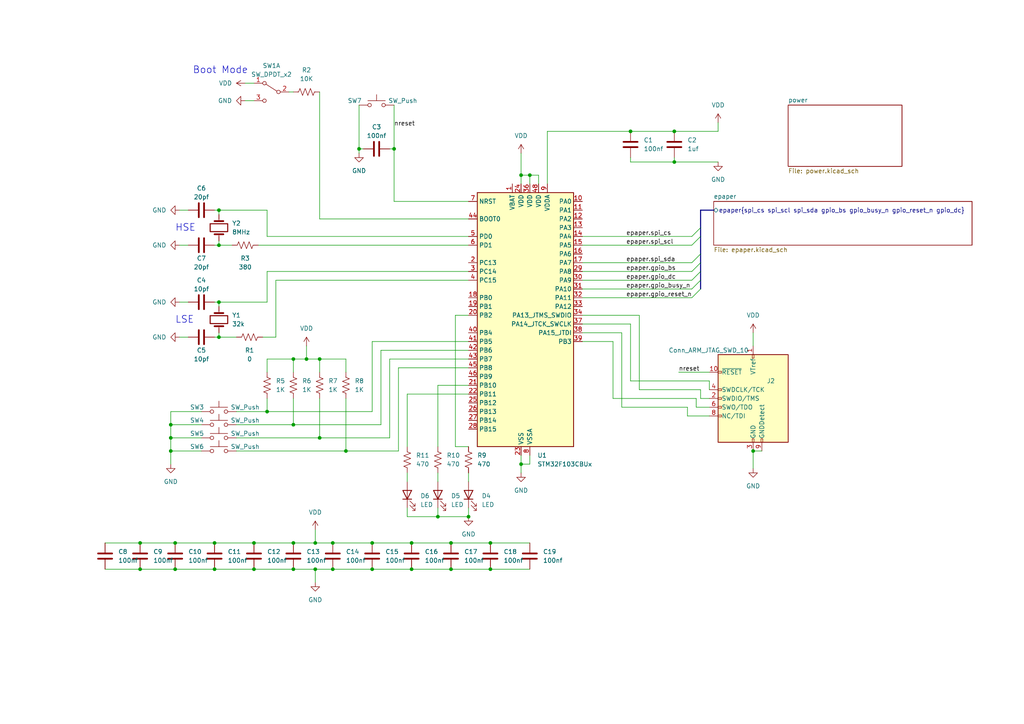
<source format=kicad_sch>
(kicad_sch (version 20230121) (generator eeschema)
  (paper "A4")
  (lib_symbols
    (symbol "Connector:Conn_ARM_JTAG_SWD_10" (pin_names (offset 1.016))
      (property "Reference" "J2" (at -2.54 5.08 0))
      (property "Value" "Conn_ARM_JTAG_SWD_10" (at -10.16 13.97 0))
      (symbol "Conn_ARM_JTAG_SWD_10_0_1"
        (rectangle (start -19.05 -12.7) (end 1.27 12.7) (stroke (width 0.254)) (fill (type background)))
        (rectangle (start -19.05 2.794) (end -18.034 2.286))
        (rectangle (start -18.034 -2.286) (end -19.05 -2.794))
        (rectangle (start -18.034 0.254) (end -19.05 -0.254))
        (rectangle (start -18.034 7.366) (end -19.05 7.874))
        (rectangle (start -9.144 -11.684) (end -8.636 -12.7))
        (rectangle (start -9.144 11.684) (end -8.636 12.7))
        (rectangle (start -6.604 -11.684) (end -6.096 -12.7))
      )
      (symbol "Conn_ARM_JTAG_SWD_10_1_1"
        (rectangle (start -19.05 -4.826) (end -18.034 -5.334))
        (pin power_in line (at -8.89 15.24 270) (length 2.54) (name "VTref") (number "1"))
        (pin open_collector line (at -21.59 7.62 0) (length 2.54) (name "~{RESET}") (number "10"))
        (pin bidirectional line (at -21.59 0 0) (length 2.54) (name "SWDIO/TMS") (number "2"))
        (pin power_in line (at -8.89 -15.24 90) (length 2.54) (name "GND") (number "3"))
        (pin output line (at -21.59 2.54 0) (length 2.54) (name "SWDCLK/TCK") (number "4"))
        (pin passive line (at -8.89 -15.24 90) (length 2.54) hide (name "GND") (number "5"))
        (pin input line (at -21.59 -2.54 0) (length 2.54) (name "SWO/TDO") (number "6"))
        (pin no_connect line (at 1.27 0 180) (length 2.54) hide (name "KEY") (number "7"))
        (pin output line (at -21.59 -5.08 0) (length 2.54) (name "NC/TDI") (number "8"))
        (pin passive line (at -6.35 -15.24 90) (length 2.54) (name "GNDDetect") (number "9"))
      )
    )
    (symbol "Device:C" (pin_numbers hide) (pin_names (offset 0.254))
      (property "Reference" "C" (at 0.635 2.54 0))
      (property "Value" "C" (at 0.635 -2.54 0))
      (symbol "C_0_1"
        (polyline (pts (xy -2.032 -0.762) (xy 2.032 -0.762)) (stroke (width 0.508)))
        (polyline (pts (xy -2.032 0.762) (xy 2.032 0.762)) (stroke (width 0.508)))
      )
      (symbol "C_1_1"
        (pin passive line (at 0 3.81 270) (length 2.794) (name "~") (number "1"))
        (pin passive line (at 0 -3.81 90) (length 2.794) (name "~") (number "2"))
      )
    )
    (symbol "Device:Crystal" (pin_numbers hide) (pin_names (offset 1.016) hide)
      (property "Reference" "Y" (at 0 3.81 0))
      (property "Value" "Crystal" (at 0 -3.81 0))
      (symbol "Crystal_0_1"
        (rectangle (start -1.143 2.54) (end 1.143 -2.54) (stroke (width 0.3048)))
        (polyline (pts (xy -2.54 0) (xy -1.905 0)))
        (polyline (pts (xy -1.905 -1.27) (xy -1.905 1.27)) (stroke (width 0.508)))
        (polyline (pts (xy 1.905 -1.27) (xy 1.905 1.27)) (stroke (width 0.508)))
        (polyline (pts (xy 2.54 0) (xy 1.905 0)))
      )
      (symbol "Crystal_1_1"
        (pin passive line (at -3.81 0 0) (length 1.27) (name "1") (number "1"))
        (pin passive line (at 3.81 0 180) (length 1.27) (name "2") (number "2"))
      )
    )
    (symbol "Device:LED" (pin_numbers hide) (pin_names (offset 1.016) hide)
      (property "Reference" "D" (at 0 2.54 0))
      (property "Value" "LED" (at 0 -2.54 0))
      (symbol "LED_0_1"
        (polyline (pts (xy -1.27 -1.27) (xy -1.27 1.27)) (stroke (width 0.254)))
        (polyline (pts (xy -1.27 0) (xy 1.27 0)))
        (polyline (pts (xy 1.27 -1.27) (xy 1.27 1.27) (xy -1.27 0) (xy 1.27 -1.27)) (stroke (width 0.254)))
        (polyline (pts (xy -3.048 -0.762) (xy -4.572 -2.286) (xy -3.81 -2.286) (xy -4.572 -2.286) (xy -4.572 -1.524)))
        (polyline (pts (xy -1.778 -0.762) (xy -3.302 -2.286) (xy -2.54 -2.286) (xy -3.302 -2.286) (xy -3.302 -1.524)))
      )
      (symbol "LED_1_1"
        (pin passive line (at -3.81 0 0) (length 2.54) (name "K") (number "1"))
        (pin passive line (at 3.81 0 180) (length 2.54) (name "A") (number "2"))
      )
    )
    (symbol "Device:R_US" (pin_numbers hide) (pin_names (offset 0))
      (property "Reference" "R" (at 2.54 0 90))
      (property "Value" "R_US" (at -2.54 0 90))
      (symbol "R_US_0_1"
        (polyline (pts (xy 0 -2.286) (xy 0 -2.54)))
        (polyline (pts (xy 0 2.286) (xy 0 2.54)))
        (polyline (pts (xy 0 -0.762) (xy 1.016 -1.143) (xy 0 -1.524) (xy -1.016 -1.905) (xy 0 -2.286)))
        (polyline (pts (xy 0 0.762) (xy 1.016 0.381) (xy 0 0) (xy -1.016 -0.381) (xy 0 -0.762)))
        (polyline (pts (xy 0 2.286) (xy 1.016 1.905) (xy 0 1.524) (xy -1.016 1.143) (xy 0 0.762)))
      )
      (symbol "R_US_1_1"
        (pin passive line (at 0 3.81 270) (length 1.27) (name "~") (number "1"))
        (pin passive line (at 0 -3.81 90) (length 1.27) (name "~") (number "2"))
      )
    )
    (symbol "MCU_ST_STM32F1:STM32F103CBUx"
      (property "Reference" "U1" (at 4.7341 -38.1 0))
      (property "Value" "STM32F103CBUx" (at 4.7341 -40.64 0))
      (symbol "STM32F103CBUx_0_1"
        (rectangle (start -12.7 -35.56) (end 15.24 38.1) (stroke (width 0.254)) (fill (type background)))
      )
      (symbol "STM32F103CBUx_1_1"
        (pin power_in line (at -2.54 40.64 270) (length 2.54) (name "VBAT") (number "1"))
        (pin bidirectional line (at 17.78 35.56 180) (length 2.54) (name "PA0") (number "10"))
        (pin bidirectional line (at 17.78 33.02 180) (length 2.54) (name "PA1") (number "11"))
        (pin bidirectional line (at 17.78 30.48 180) (length 2.54) (name "PA2") (number "12"))
        (pin bidirectional line (at 17.78 27.94 180) (length 2.54) (name "PA3") (number "13"))
        (pin bidirectional line (at 17.78 25.4 180) (length 2.54) (name "PA4") (number "14"))
        (pin bidirectional line (at 17.78 22.86 180) (length 2.54) (name "PA5") (number "15"))
        (pin bidirectional line (at 17.78 20.32 180) (length 2.54) (name "PA6") (number "16"))
        (pin bidirectional line (at 17.78 17.78 180) (length 2.54) (name "PA7") (number "17"))
        (pin bidirectional line (at -15.24 7.62 0) (length 2.54) (name "PB0") (number "18"))
        (pin bidirectional line (at -15.24 5.08 0) (length 2.54) (name "PB1") (number "19"))
        (pin bidirectional line (at -15.24 17.78 0) (length 2.54) (name "PC13") (number "2"))
        (pin bidirectional line (at -15.24 2.54 0) (length 2.54) (name "PB2") (number "20"))
        (pin bidirectional line (at -15.24 -17.78 0) (length 2.54) (name "PB10") (number "21"))
        (pin bidirectional line (at -15.24 -20.32 0) (length 2.54) (name "PB11") (number "22"))
        (pin power_in line (at 0 -38.1 90) (length 2.54) (name "VSS") (number "23"))
        (pin power_in line (at 0 40.64 270) (length 2.54) (name "VDD") (number "24"))
        (pin bidirectional line (at -15.24 -22.86 0) (length 2.54) (name "PB12") (number "25"))
        (pin bidirectional line (at -15.24 -25.4 0) (length 2.54) (name "PB13") (number "26"))
        (pin bidirectional line (at -15.24 -27.94 0) (length 2.54) (name "PB14") (number "27"))
        (pin bidirectional line (at -15.24 -30.48 0) (length 2.54) (name "PB15") (number "28"))
        (pin bidirectional line (at 17.78 15.24 180) (length 2.54) (name "PA8") (number "29"))
        (pin bidirectional line (at -15.24 15.24 0) (length 2.54) (name "PC14") (number "3"))
        (pin bidirectional line (at 17.78 12.7 180) (length 2.54) (name "PA9") (number "30"))
        (pin bidirectional line (at 17.78 10.16 180) (length 2.54) (name "PA10") (number "31"))
        (pin bidirectional line (at 17.78 7.62 180) (length 2.54) (name "PA11") (number "32"))
        (pin bidirectional line (at 17.78 5.08 180) (length 2.54) (name "PA12") (number "33"))
        (pin bidirectional line (at 17.78 2.54 180) (length 2.54) (name "PA13_JTMS_SWDIO") (number "34"))
        (pin passive line (at 0 -38.1 90) (length 2.54) hide (name "VSS") (number "35"))
        (pin power_in line (at 2.54 40.64 270) (length 2.54) (name "VDD") (number "36"))
        (pin bidirectional line (at 17.78 0 180) (length 2.54) (name "PA14_JTCK_SWCLK") (number "37"))
        (pin bidirectional line (at 17.78 -2.54 180) (length 2.54) (name "PA15_JTDI") (number "38"))
        (pin bidirectional line (at 17.78 -5.08 180) (length 2.54) (name "PB3") (number "39"))
        (pin bidirectional line (at -15.24 12.7 0) (length 2.54) (name "PC15") (number "4"))
        (pin bidirectional line (at -15.24 -2.54 0) (length 2.54) (name "PB4") (number "40"))
        (pin bidirectional line (at -15.24 -5.08 0) (length 2.54) (name "PB5") (number "41"))
        (pin bidirectional line (at -15.24 -7.62 0) (length 2.54) (name "PB6") (number "42"))
        (pin bidirectional line (at -15.24 -10.16 0) (length 2.54) (name "PB7") (number "43"))
        (pin input line (at -15.24 30.48 0) (length 2.54) (name "BOOT0") (number "44"))
        (pin bidirectional line (at -15.24 -12.7 0) (length 2.54) (name "PB8") (number "45"))
        (pin bidirectional line (at -15.24 -15.24 0) (length 2.54) (name "PB9") (number "46"))
        (pin passive line (at 0 -38.1 90) (length 2.54) hide (name "VSS") (number "47"))
        (pin power_in line (at 5.08 40.64 270) (length 2.54) (name "VDD") (number "48"))
        (pin passive line (at 0 -38.1 90) (length 2.54) hide (name "VSS") (number "49"))
        (pin bidirectional line (at -15.24 25.4 0) (length 2.54) (name "PD0") (number "5"))
        (pin bidirectional line (at -15.24 22.86 0) (length 2.54) (name "PD1") (number "6"))
        (pin input line (at -15.24 35.56 0) (length 2.54) (name "NRST") (number "7"))
        (pin power_in line (at 2.54 -38.1 90) (length 2.54) (name "VSSA") (number "8"))
        (pin power_in line (at 7.62 40.64 270) (length 2.54) (name "VDDA") (number "9"))
      )
    )
    (symbol "Switch:SW_DPDT_x2" (pin_names (offset 0) hide)
      (property "Reference" "SW" (at 0 4.318 0))
      (property "Value" "SW_DPDT_x2" (at 0 -5.08 0))
      (symbol "SW_DPDT_x2_0_0"
        (circle (center -2.032 0) (radius 0.508))
        (circle (center 2.032 -2.54) (radius 0.508))
      )
      (symbol "SW_DPDT_x2_0_1"
        (polyline (pts (xy -1.524 0.254) (xy 1.651 2.286)))
        (circle (center 2.032 2.54) (radius 0.508))
      )
      (symbol "SW_DPDT_x2_1_1"
        (pin passive line (at 5.08 2.54 180) (length 2.54) (name "A") (number "1"))
        (pin passive line (at -5.08 0 0) (length 2.54) (name "B") (number "2"))
        (pin passive line (at 5.08 -2.54 180) (length 2.54) (name "C") (number "3"))
      )
      (symbol "SW_DPDT_x2_2_1"
        (pin passive line (at 5.08 2.54 180) (length 2.54) (name "A") (number "4"))
        (pin passive line (at -5.08 0 0) (length 2.54) (name "B") (number "5"))
        (pin passive line (at 5.08 -2.54 180) (length 2.54) (name "C") (number "6"))
      )
    )
    (symbol "Switch:SW_Push" (pin_numbers hide) (pin_names (offset 1.016) hide)
      (property "Reference" "SW" (at 1.27 2.54 0))
      (property "Value" "SW_Push" (at 0 -1.524 0))
      (symbol "SW_Push_0_1"
        (circle (center -2.032 0) (radius 0.508))
        (polyline (pts (xy 0 1.27) (xy 0 3.048)))
        (polyline (pts (xy 2.54 1.27) (xy -2.54 1.27)))
        (circle (center 2.032 0) (radius 0.508))
        (pin passive line (at -5.08 0 0) (length 2.54) (name "1") (number "1"))
        (pin passive line (at 5.08 0 180) (length 2.54) (name "2") (number "2"))
      )
    )
    (symbol "power:GND" (power) (pin_names (offset 0))
      (property "Value" "GND" (at 0 -3.81 0))
      (symbol "GND_0_1"
        (polyline (pts (xy 0 0) (xy 0 -1.27) (xy 1.27 -1.27) (xy 0 -2.54) (xy -1.27 -1.27) (xy 0 -1.27)))
      )
      (symbol "GND_1_1"
        (pin power_in line (at 0 0 270) (length 0) hide (name "GND") (number "1"))
      )
    )
    (symbol "power:VDD" (power) (pin_names (offset 0))
      (property "Value" "VDD" (at 0 3.81 0))
      (symbol "VDD_0_1"
        (polyline (pts (xy -0.762 1.27) (xy 0 2.54)))
        (polyline (pts (xy 0 0) (xy 0 2.54)))
        (polyline (pts (xy 0 2.54) (xy 0.762 1.27)))
      )
      (symbol "VDD_1_1"
        (pin power_in line (at 0 0 90) (length 0) hide (name "VDD") (number "1"))
      )
    )
  )
  (junction (at 142.24 165.1))
  (junction (at 153.67 50.8))
  (junction (at 130.81 165.1))
  (junction (at 107.95 165.1))
  (junction (at 73.66 165.1))
  (junction (at 63.5 97.79))
  (junction (at 92.71 127))
  (junction (at 218.44 130.81))
  (junction (at 135.89 149.86))
  (junction (at 130.81 157.48))
  (junction (at 63.5 71.12))
  (junction (at 142.24 157.48))
  (junction (at 50.8 165.1))
  (junction (at 85.09 157.48))
  (junction (at 49.53 127))
  (junction (at 73.66 157.48))
  (junction (at 91.44 157.48))
  (junction (at 91.44 165.1))
  (junction (at 119.38 165.1))
  (junction (at 40.64 165.1))
  (junction (at 85.09 123.19))
  (junction (at 85.09 165.1))
  (junction (at 62.23 157.48))
  (junction (at 50.8 157.48))
  (junction (at 119.38 157.48))
  (junction (at 114.3 43.18))
  (junction (at 63.5 87.63))
  (junction (at 49.53 123.19))
  (junction (at 63.5 60.96))
  (junction (at 107.95 157.48))
  (junction (at 92.71 104.14))
  (junction (at 96.52 157.48))
  (junction (at 195.58 38.1))
  (junction (at 85.09 104.14))
  (junction (at 62.23 165.1))
  (junction (at 151.13 134.62))
  (junction (at 104.14 43.18))
  (junction (at 195.58 46.99))
  (junction (at 100.33 130.81))
  (junction (at 40.64 157.48))
  (junction (at 96.52 165.1))
  (junction (at 88.9 104.14))
  (junction (at 77.47 119.38))
  (junction (at 151.13 50.8))
  (junction (at 182.88 38.1))
  (junction (at 49.53 130.81))
  (junction (at 127 149.86))
  (bus_entry (at 203.2 83.82) (size -2.54 2.54))
  (bus_entry (at 203.2 68.58) (size -2.54 2.54))
  (bus_entry (at 203.2 78.74) (size -2.54 2.54))
  (bus_entry (at 203.2 66.04) (size -2.54 2.54))
  (bus_entry (at 203.2 73.66) (size -2.54 2.54))
  (bus_entry (at 203.2 76.2) (size -2.54 2.54))
  (bus_entry (at 203.2 81.28) (size -2.54 2.54))
  (wire (pts (xy 118.11 129.54) (xy 118.11 114.3)))
  (wire (pts (xy 62.23 97.79) (xy 63.5 97.79)))
  (wire (pts (xy 104.14 43.18) (xy 104.14 44.45)))
  (wire (pts (xy 85.09 115.57) (xy 85.09 123.19)))
  (wire (pts (xy 100.33 104.14) (xy 100.33 107.95)))
  (wire (pts (xy 201.93 118.11) (xy 205.74 118.11)))
  (wire (pts (xy 92.71 104.14) (xy 92.71 107.95)))
  (wire (pts (xy 110.49 101.6) (xy 135.89 101.6)))
  (wire (pts (xy 62.23 157.48) (xy 73.66 157.48)))
  (wire (pts (xy 100.33 130.81) (xy 115.57 130.81)))
  (wire (pts (xy 135.89 129.54) (xy 132.08 129.54)))
  (wire (pts (xy 77.47 78.74) (xy 135.89 78.74)))
  (wire (pts (xy 118.11 149.86) (xy 127 149.86)))
  (wire (pts (xy 199.39 118.11) (xy 180.34 118.11)))
  (wire (pts (xy 218.44 130.81) (xy 220.98 130.81)))
  (wire (pts (xy 30.48 165.1) (xy 40.64 165.1)))
  (wire (pts (xy 52.07 97.79) (xy 54.61 97.79)))
  (wire (pts (xy 96.52 157.48) (xy 107.95 157.48)))
  (wire (pts (xy 52.07 87.63) (xy 54.61 87.63)))
  (wire (pts (xy 180.34 96.52) (xy 168.91 96.52)))
  (wire (pts (xy 68.58 127) (xy 92.71 127)))
  (wire (pts (xy 156.21 50.8) (xy 153.67 50.8)))
  (wire (pts (xy 156.21 53.34) (xy 156.21 50.8)))
  (wire (pts (xy 63.5 71.12) (xy 67.31 71.12)))
  (wire (pts (xy 62.23 165.1) (xy 73.66 165.1)))
  (bus (pts (xy 203.2 60.96) (xy 207.01 60.96)))
  (wire (pts (xy 158.75 38.1) (xy 182.88 38.1)))
  (wire (pts (xy 132.08 91.44) (xy 132.08 129.54)))
  (wire (pts (xy 195.58 46.99) (xy 195.58 45.72)))
  (wire (pts (xy 199.39 120.65) (xy 205.74 120.65)))
  (wire (pts (xy 62.23 60.96) (xy 63.5 60.96)))
  (wire (pts (xy 168.91 78.74) (xy 200.66 78.74)))
  (wire (pts (xy 49.53 119.38) (xy 49.53 123.19)))
  (wire (pts (xy 88.9 100.33) (xy 88.9 104.14)))
  (wire (pts (xy 85.09 104.14) (xy 85.09 107.95)))
  (bus (pts (xy 203.2 73.66) (xy 203.2 76.2)))
  (wire (pts (xy 168.91 68.58) (xy 200.66 68.58)))
  (wire (pts (xy 205.74 110.49) (xy 205.74 113.03)))
  (wire (pts (xy 196.85 107.95) (xy 205.74 107.95)))
  (wire (pts (xy 58.42 119.38) (xy 49.53 119.38)))
  (wire (pts (xy 127 111.76) (xy 127 129.54)))
  (wire (pts (xy 195.58 46.99) (xy 182.88 46.99)))
  (wire (pts (xy 40.64 157.48) (xy 50.8 157.48)))
  (wire (pts (xy 205.74 110.49) (xy 182.88 110.49)))
  (wire (pts (xy 168.91 76.2) (xy 200.66 76.2)))
  (wire (pts (xy 50.8 157.48) (xy 62.23 157.48)))
  (wire (pts (xy 76.2 97.79) (xy 80.01 97.79)))
  (wire (pts (xy 127 137.16) (xy 127 139.7)))
  (wire (pts (xy 130.81 157.48) (xy 142.24 157.48)))
  (wire (pts (xy 100.33 115.57) (xy 100.33 130.81)))
  (wire (pts (xy 114.3 43.18) (xy 114.3 58.42)))
  (wire (pts (xy 153.67 132.08) (xy 153.67 134.62)))
  (wire (pts (xy 119.38 165.1) (xy 130.81 165.1)))
  (wire (pts (xy 113.03 104.14) (xy 135.89 104.14)))
  (wire (pts (xy 135.89 147.32) (xy 135.89 149.86)))
  (wire (pts (xy 151.13 132.08) (xy 151.13 134.62)))
  (wire (pts (xy 40.64 165.1) (xy 50.8 165.1)))
  (wire (pts (xy 168.91 71.12) (xy 200.66 71.12)))
  (wire (pts (xy 118.11 137.16) (xy 118.11 139.7)))
  (wire (pts (xy 127 147.32) (xy 127 149.86)))
  (wire (pts (xy 119.38 157.48) (xy 130.81 157.48)))
  (wire (pts (xy 91.44 153.67) (xy 91.44 157.48)))
  (wire (pts (xy 63.5 87.63) (xy 63.5 88.9)))
  (wire (pts (xy 114.3 30.48) (xy 114.3 43.18)))
  (wire (pts (xy 127 111.76) (xy 135.89 111.76)))
  (wire (pts (xy 77.47 115.57) (xy 77.47 119.38)))
  (wire (pts (xy 151.13 134.62) (xy 153.67 134.62)))
  (wire (pts (xy 71.12 29.21) (xy 73.66 29.21)))
  (wire (pts (xy 80.01 97.79) (xy 80.01 81.28)))
  (wire (pts (xy 182.88 110.49) (xy 182.88 93.98)))
  (wire (pts (xy 107.95 119.38) (xy 107.95 99.06)))
  (wire (pts (xy 73.66 24.13) (xy 71.12 24.13)))
  (wire (pts (xy 118.11 114.3) (xy 135.89 114.3)))
  (wire (pts (xy 168.91 86.36) (xy 200.66 86.36)))
  (wire (pts (xy 153.67 50.8) (xy 151.13 50.8)))
  (bus (pts (xy 203.2 81.28) (xy 203.2 83.82)))
  (wire (pts (xy 63.5 71.12) (xy 63.5 69.85)))
  (wire (pts (xy 182.88 93.98) (xy 168.91 93.98)))
  (wire (pts (xy 153.67 50.8) (xy 153.67 53.34)))
  (bus (pts (xy 203.2 60.96) (xy 203.2 66.04)))
  (wire (pts (xy 80.01 81.28) (xy 135.89 81.28)))
  (wire (pts (xy 135.89 137.16) (xy 135.89 139.7)))
  (wire (pts (xy 142.24 157.48) (xy 153.67 157.48)))
  (wire (pts (xy 113.03 127) (xy 113.03 104.14)))
  (wire (pts (xy 168.91 83.82) (xy 200.66 83.82)))
  (wire (pts (xy 142.24 165.1) (xy 153.67 165.1)))
  (wire (pts (xy 73.66 157.48) (xy 85.09 157.48)))
  (wire (pts (xy 182.88 38.1) (xy 195.58 38.1)))
  (wire (pts (xy 195.58 38.1) (xy 208.28 38.1)))
  (wire (pts (xy 203.2 115.57) (xy 205.74 115.57)))
  (wire (pts (xy 92.71 104.14) (xy 100.33 104.14)))
  (wire (pts (xy 130.81 165.1) (xy 142.24 165.1)))
  (wire (pts (xy 208.28 38.1) (xy 208.28 35.56)))
  (wire (pts (xy 104.14 30.48) (xy 104.14 43.18)))
  (wire (pts (xy 151.13 44.45) (xy 151.13 50.8)))
  (wire (pts (xy 49.53 130.81) (xy 49.53 134.62)))
  (wire (pts (xy 208.28 46.99) (xy 195.58 46.99)))
  (bus (pts (xy 203.2 78.74) (xy 203.2 81.28)))
  (wire (pts (xy 63.5 60.96) (xy 77.47 60.96)))
  (bus (pts (xy 203.2 66.04) (xy 203.2 68.58)))
  (wire (pts (xy 107.95 157.48) (xy 119.38 157.48)))
  (wire (pts (xy 118.11 147.32) (xy 118.11 149.86)))
  (wire (pts (xy 92.71 63.5) (xy 135.89 63.5)))
  (wire (pts (xy 218.44 130.81) (xy 218.44 135.89)))
  (wire (pts (xy 88.9 104.14) (xy 92.71 104.14)))
  (wire (pts (xy 85.09 157.48) (xy 91.44 157.48)))
  (wire (pts (xy 68.58 119.38) (xy 77.47 119.38)))
  (wire (pts (xy 49.53 127) (xy 58.42 127)))
  (wire (pts (xy 110.49 123.19) (xy 110.49 101.6)))
  (wire (pts (xy 199.39 118.11) (xy 199.39 120.65)))
  (wire (pts (xy 77.47 87.63) (xy 77.47 78.74)))
  (bus (pts (xy 203.2 68.58) (xy 203.2 73.66)))
  (wire (pts (xy 77.47 104.14) (xy 85.09 104.14)))
  (wire (pts (xy 151.13 134.62) (xy 151.13 137.16)))
  (wire (pts (xy 151.13 50.8) (xy 151.13 53.34)))
  (bus (pts (xy 203.2 76.2) (xy 203.2 78.74)))
  (wire (pts (xy 168.91 99.06) (xy 177.8 99.06)))
  (wire (pts (xy 177.8 99.06) (xy 177.8 115.57)))
  (wire (pts (xy 132.08 91.44) (xy 135.89 91.44)))
  (wire (pts (xy 92.71 63.5) (xy 92.71 26.67)))
  (wire (pts (xy 74.93 71.12) (xy 135.89 71.12)))
  (wire (pts (xy 62.23 71.12) (xy 63.5 71.12)))
  (wire (pts (xy 85.09 123.19) (xy 110.49 123.19)))
  (wire (pts (xy 91.44 165.1) (xy 91.44 168.91)))
  (wire (pts (xy 113.03 43.18) (xy 114.3 43.18)))
  (wire (pts (xy 63.5 97.79) (xy 63.5 96.52)))
  (wire (pts (xy 177.8 115.57) (xy 201.93 115.57)))
  (wire (pts (xy 49.53 127) (xy 49.53 130.81)))
  (wire (pts (xy 68.58 123.19) (xy 85.09 123.19)))
  (wire (pts (xy 77.47 68.58) (xy 135.89 68.58)))
  (wire (pts (xy 63.5 97.79) (xy 68.58 97.79)))
  (wire (pts (xy 63.5 60.96) (xy 63.5 62.23)))
  (wire (pts (xy 203.2 113.03) (xy 203.2 115.57)))
  (wire (pts (xy 49.53 130.81) (xy 58.42 130.81)))
  (wire (pts (xy 83.82 26.67) (xy 85.09 26.67)))
  (wire (pts (xy 85.09 165.1) (xy 91.44 165.1)))
  (wire (pts (xy 49.53 123.19) (xy 49.53 127)))
  (wire (pts (xy 91.44 165.1) (xy 96.52 165.1)))
  (wire (pts (xy 77.47 119.38) (xy 107.95 119.38)))
  (wire (pts (xy 73.66 165.1) (xy 85.09 165.1)))
  (wire (pts (xy 52.07 60.96) (xy 54.61 60.96)))
  (wire (pts (xy 52.07 71.12) (xy 54.61 71.12)))
  (wire (pts (xy 201.93 115.57) (xy 201.93 118.11)))
  (wire (pts (xy 107.95 165.1) (xy 119.38 165.1)))
  (wire (pts (xy 63.5 87.63) (xy 77.47 87.63)))
  (wire (pts (xy 68.58 130.81) (xy 100.33 130.81)))
  (wire (pts (xy 92.71 115.57) (xy 92.71 127)))
  (wire (pts (xy 77.47 104.14) (xy 77.47 107.95)))
  (wire (pts (xy 203.2 113.03) (xy 185.42 113.03)))
  (wire (pts (xy 158.75 53.34) (xy 158.75 38.1)))
  (wire (pts (xy 91.44 157.48) (xy 96.52 157.48)))
  (wire (pts (xy 62.23 87.63) (xy 63.5 87.63)))
  (wire (pts (xy 92.71 127) (xy 113.03 127)))
  (wire (pts (xy 185.42 91.44) (xy 168.91 91.44)))
  (wire (pts (xy 49.53 123.19) (xy 58.42 123.19)))
  (wire (pts (xy 182.88 46.99) (xy 182.88 45.72)))
  (wire (pts (xy 30.48 157.48) (xy 40.64 157.48)))
  (wire (pts (xy 50.8 165.1) (xy 62.23 165.1)))
  (wire (pts (xy 85.09 104.14) (xy 88.9 104.14)))
  (wire (pts (xy 96.52 165.1) (xy 107.95 165.1)))
  (wire (pts (xy 185.42 113.03) (xy 185.42 91.44)))
  (wire (pts (xy 115.57 130.81) (xy 115.57 106.68)))
  (wire (pts (xy 114.3 58.42) (xy 135.89 58.42)))
  (wire (pts (xy 127 149.86) (xy 135.89 149.86)))
  (wire (pts (xy 77.47 60.96) (xy 77.47 68.58)))
  (wire (pts (xy 115.57 106.68) (xy 135.89 106.68)))
  (wire (pts (xy 104.14 43.18) (xy 105.41 43.18)))
  (wire (pts (xy 180.34 118.11) (xy 180.34 96.52)))
  (wire (pts (xy 218.44 96.52) (xy 218.44 100.33)))
  (wire (pts (xy 107.95 99.06) (xy 135.89 99.06)))
  (wire (pts (xy 168.91 81.28) (xy 200.66 81.28)))
  (text "LSE" (at 50.8 93.98 0) (effects (font (size 2 2)) (justify left bottom)))
  (text "Boot Mode\n" (at 55.88 21.59 0) (effects (font (size 2 2)) (justify left bottom)))
  (text "HSE" (at 50.8 67.31 0) (effects (font (size 2 2)) (justify left bottom)))
  (label "epaper.gpio_reset_n" (at 181.61 86.36 0))
  (label "epaper.gpio_busy_n" (at 181.61 83.82 0))
  (label "epaper.gpio_dc" (at 181.61 81.28 0))
  (label "epaper.spi_sda" (at 181.61 76.2 0))
  (label "epaper.gpio_bs" (at 181.61 78.74 0))
  (label "nreset" (at 196.85 107.95 0))
  (label "nreset" (at 114.3 36.83 0))
  (label "epaper.spi_scl" (at 181.61 71.12 0))
  (label "epaper.spi_cs" (at 181.61 68.58 0))
  (symbol (lib_id "Device:C") (at 58.42 71.12 90) (unit 1)
    (property "Reference" "C7" (at 58.42 74.93 90))
    (property "Value" "20pf" (at 58.42 77.47 90))
    (property "Footprint" "Capacitor_SMD:C_0201_0603Metric" (effects hide))
    (property "Link To Purchase" "https://www.mouser.com/ProductDetail/KEMET/CBR02C200F5GAC?qs=zoGAYOF739D%252BY05dSS23WA%3D%3D" (effects hide))
    (property "Part Number" "CBR02C200F5GAC" (effects hide))
  )
  (symbol (lib_id "Device:C") (at 195.58 41.91 0) (unit 1)
    (property "Reference" "C2" (at 199.39 40.64 0) (effects (justify left)))
    (property "Value" "1uf" (at 199.39 43.18 0) (effects (justify left)))
    (property "Footprint" "Capacitor_SMD:C_0603_1608Metric" (effects hide))
    (property "Link To Purchase" "https://www.mouser.com/ProductDetail/TAIYO-YUDEN/MSASU168AB7105KTNA01?qs=tlsG%2FOw5FFi8%2FWa2DKtI4Q%3D%3D" (effects hide))
    (property "Part Number" "MSASU168AB7105KTNA01" (effects hide))
  )
  (symbol (lib_id "power:GND") (at 218.44 135.89 0) (unit 1)
    (property "Reference" "#PWR015" (effects hide))
    (property "Value" "GND" (at 218.44 140.97 0))
  )
  (symbol (lib_id "Device:C") (at 130.81 161.29 0) (unit 1)
    (property "Reference" "C17" (at 134.62 160.02 0) (effects (justify left)))
    (property "Value" "100nf" (at 134.62 162.56 0) (effects (justify left)))
    (property "Footprint" "Capacitor_SMD:C_0603_1608Metric" (effects hide))
    (property "Link To Purchase" "https://www.mouser.com/ProductDetail/KYOCERA-AVX/KAM15AR71H104KT?qs=Jm2GQyTW%2Fbh2%2FGRPGE98wA%3D%3D" (effects hide))
    (property "Part Number" "KAM15AR71H104KT" (effects hide))
  )
  (symbol (lib_id "Device:R_US") (at 100.33 111.76 180) (unit 1)
    (property "Reference" "R8" (at 102.87 110.49 0) (effects (justify right)))
    (property "Value" "1K" (at 102.87 113.03 0) (effects (justify right)))
    (property "Footprint" "Resistor_SMD:R_0603_1608Metric" (effects hide))
    (property "Link To Purchase" "https://www.mouser.com/ProductDetail/Vishay-Dale/CRCW06031K00DHEBP?qs=sGAEpiMZZMtlubZbdhIBIEwnecvLzJsplaoLteA%252BENo%3D" (effects hide))
    (property "Part Number" "CRCW06031K00DHEBP" (effects hide))
  )
  (symbol (lib_id "Device:C") (at 73.66 161.29 0) (unit 1)
    (property "Reference" "C12" (at 77.47 160.02 0) (effects (justify left)))
    (property "Value" "100nf" (at 77.47 162.56 0) (effects (justify left)))
    (property "Footprint" "Capacitor_SMD:C_0603_1608Metric" (effects hide))
    (property "Link To Purchase" "https://www.mouser.com/ProductDetail/KYOCERA-AVX/KAM15AR71H104KT?qs=Jm2GQyTW%2Fbh2%2FGRPGE98wA%3D%3D" (effects hide))
    (property "Part Number" "KAM15AR71H104KT" (effects hide))
  )
  (symbol (lib_id "Device:LED") (at 118.11 143.51 90) (unit 1)
    (property "Reference" "D6" (at 121.92 143.8275 90) (effects (justify right)))
    (property "Value" "LED" (at 121.92 146.3675 90) (effects (justify right)))
    (property "Footprint" "LED_SMD:LED_1206_3216Metric" (effects hide))
    (property "Datasheet" "https://www.mouser.com/datasheet/2/678/AVGO_S_A0004681625_1-2574659.pdf" (effects hide))
    (property "Part Number" "HSMA-C350" (effects hide))
    (property "Link To Purchase" "https://www.mouser.com/ProductDetail/Broadcom-Avago/HSMA-C350?qs=sGAEpiMZZMvyj6n1w4pZD6eAxfjFR14DHNFAzi4KriaarARIwbsUkg%3D%3D" (effects hide))
  )
  (symbol (lib_id "power:VDD") (at 151.13 44.45 0) (unit 1)
    (property "Reference" "#PWR02" (effects hide))
    (property "Value" "VDD" (at 151.13 39.37 0))
  )
  (symbol (lib_id "power:GND") (at 52.07 60.96 270) (unit 1)
    (property "Reference" "#PWR010" (effects hide))
    (property "Value" "GND" (at 48.26 60.96 90) (effects (justify right)))
  )
  (symbol (lib_id "Switch:SW_Push") (at 109.22 30.48 0) (unit 1)
    (property "Reference" "SW7" (at 102.87 29.21 0))
    (property "Value" "SW_Push" (at 116.84 29.21 0))
    (property "Footprint" "NoahFootprintLib:PTS526" (effects hide))
    (property "Link To Purchase" "https://www.mouser.com/ProductDetail/CK/PTS526SMG20SMTR21-LFS?qs=MyNHzdoqoQLOqPcVU%2F1RhA%3D%3D" (effects hide))
    (property "Part Number" "PTS526SMG20SMTR21 LFS" (effects hide))
  )
  (symbol (lib_id "Switch:SW_Push") (at 63.5 123.19 0) (unit 1)
    (property "Reference" "SW4" (at 57.15 121.92 0))
    (property "Value" "SW_Push" (at 71.12 121.92 0))
    (property "Footprint" "NoahFootprintLib:PTS526" (effects hide))
    (property "Link To Purchase" "https://www.mouser.com/ProductDetail/CK/PTS526SMG20SMTR21-LFS?qs=MyNHzdoqoQLOqPcVU%2F1RhA%3D%3D" (effects hide))
    (property "Part Number" "PTS526SMG20SMTR21 LFS" (effects hide))
  )
  (symbol (lib_id "Device:Crystal") (at 63.5 66.04 90) (unit 1)
    (property "Reference" "Y2" (at 67.31 64.77 90) (effects (justify right)))
    (property "Value" "8MHz" (at 67.31 67.31 90) (effects (justify right)))
    (property "Footprint" "Crystal:Crystal_HC49-4H_Vertical" (effects hide))
    (property "Datasheet" "https://www.mouser.com/datasheet/2/741/LFXTAL057135Bulk-999967.pdf" (effects hide))
    (property "Part Number" "HC-49/U-S8000000ABJB" (effects hide))
    (property "Link To Purchase" "https://www.mouser.com/ProductDetail/IQD/LFXTAL057135Bulk?qs=e4%2FAndAAwgIkCKEhU7u90A%3D%3D" (effects hide))
  )
  (symbol (lib_id "Device:R_US") (at 77.47 111.76 180) (unit 1)
    (property "Reference" "R5" (at 80.01 110.49 0) (effects (justify right)))
    (property "Value" "1K" (at 80.01 113.03 0) (effects (justify right)))
    (property "Footprint" "Resistor_SMD:R_0603_1608Metric" (effects hide))
    (property "Link To Purchase" "https://www.mouser.com/ProductDetail/Vishay-Dale/CRCW06031K00DHEBP?qs=sGAEpiMZZMtlubZbdhIBIEwnecvLzJsplaoLteA%252BENo%3D" (effects hide))
    (property "Part Number" "CRCW06031K00DHEBP" (effects hide))
  )
  (symbol (lib_id "Device:R_US") (at 127 133.35 180) (unit 1)
    (property "Reference" "R10" (at 129.54 132.08 0) (effects (justify right)))
    (property "Value" "470" (at 129.54 134.62 0) (effects (justify right)))
    (property "Footprint" "Resistor_SMD:R_1206_3216Metric" (effects hide))
    (property "Part Number" "MCT06030C4700FP500" (effects hide))
    (property "Link To Purchase" "https://www.mouser.com/ProductDetail/Vishay-Beyschlag/MCT06030C4700FP500?qs=XsZ9OvPb0dt82KlzjdcMjQ%3D%3D" (effects hide))
  )
  (symbol (lib_id "power:VDD") (at 91.44 153.67 0) (unit 1)
    (property "Reference" "#PWR012" (effects hide))
    (property "Value" "VDD" (at 91.44 148.59 0))
  )
  (symbol (lib_id "power:VDD") (at 88.9 100.33 0) (unit 1)
    (property "Reference" "#PWR023" (effects hide))
    (property "Value" "VDD" (at 88.9 95.25 0))
  )
  (symbol (lib_id "Switch:SW_DPDT_x2") (at 78.74 26.67 0) (mirror y) (unit 1)
    (property "Reference" "SW1" (at 78.74 19.05 0))
    (property "Value" "SW_DPDT_x2" (at 78.74 21.59 0))
    (property "Footprint" "NoahFootprintLib:JS202011SCQN[1]" (effects hide))
    (property "Part Number" "JS202011SCQN" (effects hide))
    (property "Link To Purchase" "https://www.mouser.com/ProductDetail/CK/JS202011SCQN?qs=LgMIjt8LuD95JYWxZ7NvZA%3D%3D" (effects hide))
  )
  (symbol (lib_id "Device:R_US") (at 135.89 133.35 180) (unit 1)
    (property "Reference" "R9" (at 138.43 132.08 0) (effects (justify right)))
    (property "Value" "470" (at 138.43 134.62 0) (effects (justify right)))
    (property "Footprint" "Resistor_SMD:R_1206_3216Metric" (effects hide))
    (property "Part Number" "MCT06030C4700FP500" (effects hide))
    (property "Link To Purchase" "https://www.mouser.com/ProductDetail/Vishay-Beyschlag/MCT06030C4700FP500?qs=XsZ9OvPb0dt82KlzjdcMjQ%3D%3D" (effects hide))
  )
  (symbol (lib_id "Device:C") (at 40.64 161.29 0) (unit 1)
    (property "Reference" "C9" (at 44.45 160.02 0) (effects (justify left)))
    (property "Value" "100nf" (at 44.45 162.56 0) (effects (justify left)))
    (property "Footprint" "Capacitor_SMD:C_0603_1608Metric" (effects hide))
    (property "Link To Purchase" "https://www.mouser.com/ProductDetail/KYOCERA-AVX/KAM15AR71H104KT?qs=Jm2GQyTW%2Fbh2%2FGRPGE98wA%3D%3D" (effects hide))
    (property "Part Number" "KAM15AR71H104KT" (effects hide))
  )
  (symbol (lib_id "Device:C") (at 182.88 41.91 0) (unit 1)
    (property "Reference" "C1" (at 186.69 40.64 0) (effects (justify left)))
    (property "Value" "100nf" (at 186.69 43.18 0) (effects (justify left)))
    (property "Footprint" "Capacitor_SMD:C_0603_1608Metric" (effects hide))
    (property "Link To Purchase" "https://www.mouser.com/ProductDetail/KYOCERA-AVX/KAM15AR71H104KT?qs=Jm2GQyTW%2Fbh2%2FGRPGE98wA%3D%3D" (effects hide))
    (property "Part Number" "KAM15AR71H104KT" (effects hide))
  )
  (symbol (lib_id "power:GND") (at 208.28 46.99 0) (unit 1)
    (property "Reference" "#PWR04" (effects hide))
    (property "Value" "GND" (at 208.28 52.07 0))
  )
  (symbol (lib_id "Device:C") (at 107.95 161.29 0) (unit 1)
    (property "Reference" "C15" (at 111.76 160.02 0) (effects (justify left)))
    (property "Value" "100nf" (at 111.76 162.56 0) (effects (justify left)))
    (property "Footprint" "Capacitor_SMD:C_0603_1608Metric" (effects hide))
    (property "Link To Purchase" "https://www.mouser.com/ProductDetail/KYOCERA-AVX/KAM15AR71H104KT?qs=Jm2GQyTW%2Fbh2%2FGRPGE98wA%3D%3D" (effects hide))
    (property "Part Number" "KAM15AR71H104KT" (effects hide))
  )
  (symbol (lib_id "Device:C") (at 30.48 161.29 0) (unit 1)
    (property "Reference" "C8" (at 34.29 160.02 0) (effects (justify left)))
    (property "Value" "100nf" (at 34.29 162.56 0) (effects (justify left)))
    (property "Footprint" "Capacitor_SMD:C_0603_1608Metric" (effects hide))
    (property "Link To Purchase" "https://www.mouser.com/ProductDetail/KYOCERA-AVX/KAM15AR71H104KT?qs=Jm2GQyTW%2Fbh2%2FGRPGE98wA%3D%3D" (effects hide))
    (property "Part Number" "KAM15AR71H104KT" (effects hide))
  )
  (symbol (lib_id "Device:C") (at 142.24 161.29 0) (unit 1)
    (property "Reference" "C18" (at 146.05 160.02 0) (effects (justify left)))
    (property "Value" "100nf" (at 146.05 162.56 0) (effects (justify left)))
    (property "Footprint" "Capacitor_SMD:C_0603_1608Metric" (effects hide))
    (property "Link To Purchase" "https://www.mouser.com/ProductDetail/KYOCERA-AVX/KAM15AR71H104KT?qs=Jm2GQyTW%2Fbh2%2FGRPGE98wA%3D%3D" (effects hide))
    (property "Part Number" "KAM15AR71H104KT" (effects hide))
  )
  (symbol (lib_id "power:GND") (at 151.13 137.16 0) (unit 1)
    (property "Reference" "#PWR01" (effects hide))
    (property "Value" "GND" (at 151.13 142.24 0))
  )
  (symbol (lib_id "Device:C") (at 119.38 161.29 0) (unit 1)
    (property "Reference" "C16" (at 123.19 160.02 0) (effects (justify left)))
    (property "Value" "100nf" (at 123.19 162.56 0) (effects (justify left)))
    (property "Footprint" "Capacitor_SMD:C_0603_1608Metric" (effects hide))
    (property "Link To Purchase" "https://www.mouser.com/ProductDetail/KYOCERA-AVX/KAM15AR71H104KT?qs=Jm2GQyTW%2Fbh2%2FGRPGE98wA%3D%3D" (effects hide))
    (property "Part Number" "KAM15AR71H104KT" (effects hide))
  )
  (symbol (lib_id "Device:C") (at 50.8 161.29 0) (unit 1)
    (property "Reference" "C10" (at 54.61 160.02 0) (effects (justify left)))
    (property "Value" "100nf" (at 54.61 162.56 0) (effects (justify left)))
    (property "Footprint" "Capacitor_SMD:C_0603_1608Metric" (effects hide))
    (property "Link To Purchase" "https://www.mouser.com/ProductDetail/KYOCERA-AVX/KAM15AR71H104KT?qs=Jm2GQyTW%2Fbh2%2FGRPGE98wA%3D%3D" (effects hide))
    (property "Part Number" "KAM15AR71H104KT" (effects hide))
  )
  (symbol (lib_id "power:VDD") (at 218.44 96.52 0) (unit 1)
    (property "Reference" "#PWR014" (effects hide))
    (property "Value" "VDD" (at 218.44 91.44 0))
  )
  (symbol (lib_id "power:GND") (at 52.07 87.63 270) (unit 1)
    (property "Reference" "#PWR08" (effects hide))
    (property "Value" "GND" (at 48.26 87.63 90) (effects (justify right)))
  )
  (symbol (lib_id "power:GND") (at 71.12 29.21 270) (unit 1)
    (property "Reference" "#PWR06" (effects hide))
    (property "Value" "GND" (at 67.31 29.21 90) (effects (justify right)))
  )
  (symbol (lib_id "Device:C") (at 58.42 97.79 90) (unit 1)
    (property "Reference" "C5" (at 58.42 101.6 90))
    (property "Value" "10pf" (at 58.42 104.14 90))
    (property "Footprint" "Capacitor_SMD:C_0201_0603Metric" (effects hide))
    (property "Link To Purchase" "https://www.mouser.com/ProductDetail/KYOCERA-AVX/02013A100DAT2A?qs=S5UxfSWPE3wteUhmXBHexg%3D%3D" (effects hide))
    (property "Part Number" "02013A100DAT2A" (effects hide))
  )
  (symbol (lib_id "power:VDD") (at 71.12 24.13 90) (unit 1)
    (property "Reference" "#PWR05" (effects hide))
    (property "Value" "VDD" (at 67.31 24.13 90) (effects (justify left)))
  )
  (symbol (lib_id "Device:R_US") (at 88.9 26.67 90) (unit 1)
    (property "Reference" "R2" (at 88.9 20.32 90))
    (property "Value" "10K" (at 88.9 22.86 90))
    (property "Footprint" "Resistor_SMD:R_0603_1608Metric" (effects hide))
    (property "Link To Purchase" "https://www.mouser.com/ProductDetail/Vishay-Dale/CRCW060310K0DHEAP?qs=sGAEpiMZZMtG0KNrPCHnjbD5EksNHRvvwR24PjuumVs%3D" (effects hide))
    (property "Part Number" "CRCW060310K0DHEAP" (effects hide))
  )
  (symbol (lib_id "Device:C") (at 96.52 161.29 0) (unit 1)
    (property "Reference" "C14" (at 100.33 160.02 0) (effects (justify left)))
    (property "Value" "100nf" (at 100.33 162.56 0) (effects (justify left)))
    (property "Footprint" "Capacitor_SMD:C_0603_1608Metric" (effects hide))
    (property "Link To Purchase" "https://www.mouser.com/ProductDetail/KYOCERA-AVX/KAM15AR71H104KT?qs=Jm2GQyTW%2Fbh2%2FGRPGE98wA%3D%3D" (effects hide))
    (property "Part Number" "KAM15AR71H104KT" (effects hide))
  )
  (symbol (lib_id "Device:LED") (at 127 143.51 90) (unit 1)
    (property "Reference" "D5" (at 130.81 143.8275 90) (effects (justify right)))
    (property "Value" "LED" (at 130.81 146.3675 90) (effects (justify right)))
    (property "Footprint" "LED_SMD:LED_1206_3216Metric" (effects hide))
    (property "Datasheet" "https://www.mouser.com/datasheet/2/678/AVGO_S_A0004681625_1-2574659.pdf" (effects hide))
    (property "Part Number" "HSMA-C350" (effects hide))
    (property "Link To Purchase" "https://www.mouser.com/ProductDetail/Broadcom-Avago/HSMA-C350?qs=sGAEpiMZZMvyj6n1w4pZD6eAxfjFR14DHNFAzi4KriaarARIwbsUkg%3D%3D" (effects hide))
  )
  (symbol (lib_id "power:GND") (at 52.07 97.79 270) (unit 1)
    (property "Reference" "#PWR09" (effects hide))
    (property "Value" "GND" (at 48.26 97.79 90) (effects (justify right)))
  )
  (symbol (lib_id "Device:R_US") (at 92.71 111.76 180) (unit 1)
    (property "Reference" "R7" (at 95.25 110.49 0) (effects (justify right)))
    (property "Value" "1K" (at 95.25 113.03 0) (effects (justify right)))
    (property "Footprint" "Resistor_SMD:R_0603_1608Metric" (effects hide))
    (property "Link To Purchase" "https://www.mouser.com/ProductDetail/Vishay-Dale/CRCW06031K00DHEBP?qs=sGAEpiMZZMtlubZbdhIBIEwnecvLzJsplaoLteA%252BENo%3D" (effects hide))
    (property "Part Number" "CRCW06031K00DHEBP" (effects hide))
  )
  (symbol (lib_id "Device:C") (at 153.67 161.29 0) (unit 1)
    (property "Reference" "C19" (at 157.48 160.02 0) (effects (justify left)))
    (property "Value" "100nf" (at 157.48 162.56 0) (effects (justify left)))
    (property "Footprint" "Capacitor_SMD:C_0603_1608Metric" (effects hide))
    (property "Link To Purchase" "https://www.mouser.com/ProductDetail/KYOCERA-AVX/KAM15AR71H104KT?qs=Jm2GQyTW%2Fbh2%2FGRPGE98wA%3D%3D" (effects hide))
    (property "Part Number" "KAM15AR71H104KT" (effects hide))
  )
  (symbol (lib_id "Device:LED") (at 135.89 143.51 90) (unit 1)
    (property "Reference" "D4" (at 139.7 143.8275 90) (effects (justify right)))
    (property "Value" "LED" (at 139.7 146.3675 90) (effects (justify right)))
    (property "Footprint" "LED_SMD:LED_1206_3216Metric" (effects hide))
    (property "Datasheet" "https://www.mouser.com/datasheet/2/678/AVGO_S_A0004681625_1-2574659.pdf" (effects hide))
    (property "Part Number" "HSMA-C350" (effects hide))
    (property "Link To Purchase" "https://www.mouser.com/ProductDetail/Broadcom-Avago/HSMA-C350?qs=sGAEpiMZZMvyj6n1w4pZD6eAxfjFR14DHNFAzi4KriaarARIwbsUkg%3D%3D" (effects hide))
  )
  (symbol (lib_id "MCU_ST_STM32F1:STM32F103CBUx") (at 151.13 93.98 0) (unit 1)
    (property "Reference" "U1" (at 155.8641 132.08 0) (effects (justify left)))
    (property "Value" "STM32F103CBUx" (at 155.8641 134.62 0) (effects (justify left)))
    (property "Footprint" "Package_DFN_QFN:QFN-48-1EP_7x7mm_P0.5mm_EP5.6x5.6mm" (effects hide))
    (property "Datasheet" "https://www.mouser.com/datasheet/2/389/stm32f103c8-1851025.pdf" (effects hide))
    (property "Link To Purchase" "https://www.mouser.com/ProductDetail/STMicroelectronics/STM32F103CBU6?qs=oy6b1%2Fq5N9p9iozgDCcJuQ%3D%3D" (effects hide))
    (property "Part Number" "STM32F103CBU6" (effects hide))
  )
  (symbol (lib_id "Switch:SW_Push") (at 63.5 119.38 0) (unit 1)
    (property "Reference" "SW3" (at 57.15 118.11 0))
    (property "Value" "SW_Push" (at 71.12 118.11 0))
    (property "Footprint" "NoahFootprintLib:PTS526" (effects hide))
    (property "Link To Purchase" "https://www.mouser.com/ProductDetail/CK/PTS526SMG20SMTR21-LFS?qs=MyNHzdoqoQLOqPcVU%2F1RhA%3D%3D" (effects hide))
    (property "Part Number" "PTS526SMG20SMTR21 LFS" (effects hide))
  )
  (symbol (lib_id "Device:R_US") (at 118.11 133.35 180) (unit 1)
    (property "Reference" "R11" (at 120.65 132.08 0) (effects (justify right)))
    (property "Value" "470" (at 120.65 134.62 0) (effects (justify right)))
    (property "Footprint" "Resistor_SMD:R_1206_3216Metric" (effects hide))
    (property "Part Number" "MCT06030C4700FP500" (effects hide))
    (property "Link To Purchase" "https://www.mouser.com/ProductDetail/Vishay-Beyschlag/MCT06030C4700FP500?qs=XsZ9OvPb0dt82KlzjdcMjQ%3D%3D" (effects hide))
  )
  (symbol (lib_id "Device:C") (at 58.42 87.63 90) (unit 1)
    (property "Reference" "C4" (at 58.42 81.28 90))
    (property "Value" "10pf" (at 58.42 83.82 90))
    (property "Footprint" "Capacitor_SMD:C_0201_0603Metric" (effects hide))
    (property "Link To Purchase" "https://www.mouser.com/ProductDetail/KYOCERA-AVX/02013A100DAT2A?qs=S5UxfSWPE3wteUhmXBHexg%3D%3D" (effects hide))
    (property "Part Number" "02013A100DAT2A" (effects hide))
  )
  (symbol (lib_id "Device:R_US") (at 72.39 97.79 90) (unit 1)
    (property "Reference" "R1" (at 72.39 101.6 90))
    (property "Value" "0" (at 72.39 104.14 90))
    (property "Footprint" "Resistor_SMD:R_0603_1608Metric" (effects hide))
    (property "Link To Purchase" "https://www.mouser.com/ProductDetail/Vishay-Dale/CRCW06030000Z0EAC?qs=sGAEpiMZZMtlubZbdhIBIIZe04wfiaJWEAUMew4TANc%3D" (effects hide))
    (property "Part Number" "CRCW06030000Z0EAC" (effects hide))
  )
  (symbol (lib_id "power:GND") (at 49.53 134.62 0) (unit 1)
    (property "Reference" "#PWR024" (effects hide))
    (property "Value" "GND" (at 49.53 139.7 0))
  )
  (symbol (lib_id "Device:Crystal") (at 63.5 92.71 270) (unit 1)
    (property "Reference" "Y1" (at 67.31 91.44 90) (effects (justify left)))
    (property "Value" "32k" (at 67.31 93.98 90) (effects (justify left)))
    (property "Footprint" "Crystal:Crystal_SMD_TXC_9HT11-2Pin_2.0x1.2mm" (effects hide))
    (property "Datasheet" "https://www.mouser.com/datasheet/2/137/FC2012SN_en-3313072.pdf" (effects hide))
    (property "Part Number" "FC2012SN 32.768K-90NNA0KC0" (effects hide))
    (property "Link To Purchase" "https://www.mouser.com/ProductDetail/Epson-Timing/FC2012SN-32.768K-90NNA0KC0?qs=HoCaDK9Nz5e2hHfst9nD9Q%3D%3D" (effects hide))
  )
  (symbol (lib_id "power:GND") (at 91.44 168.91 0) (unit 1)
    (property "Reference" "#PWR013" (effects hide))
    (property "Value" "GND" (at 91.44 173.99 0))
  )
  (symbol (lib_id "Device:C") (at 58.42 60.96 90) (unit 1)
    (property "Reference" "C6" (at 58.42 54.61 90))
    (property "Value" "20pf" (at 58.42 57.15 90))
    (property "Footprint" "Capacitor_SMD:C_0201_0603Metric" (effects hide))
    (property "Link To Purchase" "https://www.mouser.com/ProductDetail/KEMET/CBR02C200F5GAC?qs=zoGAYOF739D%252BY05dSS23WA%3D%3D" (effects hide))
    (property "Part Number" "CBR02C200F5GAC" (effects hide))
  )
  (symbol (lib_id "power:GND") (at 104.14 44.45 0) (unit 1)
    (property "Reference" "#PWR07" (effects hide))
    (property "Value" "GND" (at 104.14 49.53 0))
  )
  (symbol (lib_id "power:GND") (at 135.89 149.86 0) (unit 1)
    (property "Reference" "#PWR028" (effects hide))
    (property "Value" "GND" (at 135.89 154.94 0))
  )
  (symbol (lib_id "power:GND") (at 52.07 71.12 270) (unit 1)
    (property "Reference" "#PWR011" (effects hide))
    (property "Value" "GND" (at 48.26 71.12 90) (effects (justify right)))
  )
  (symbol (lib_id "power:VDD") (at 208.28 35.56 0) (unit 1)
    (property "Reference" "#PWR03" (effects hide))
    (property "Value" "VDD" (at 208.28 30.48 0))
  )
  (symbol (lib_id "Device:R_US") (at 85.09 111.76 180) (unit 1)
    (property "Reference" "R6" (at 87.63 110.49 0) (effects (justify right)))
    (property "Value" "1K" (at 87.63 113.03 0) (effects (justify right)))
    (property "Footprint" "Resistor_SMD:R_0603_1608Metric" (effects hide))
    (property "Link To Purchase" "https://www.mouser.com/ProductDetail/Vishay-Dale/CRCW06031K00DHEBP?qs=sGAEpiMZZMtlubZbdhIBIEwnecvLzJsplaoLteA%252BENo%3D" (effects hide))
    (property "Part Number" "CRCW06031K00DHEBP" (effects hide))
  )
  (symbol (lib_id "Device:R_US") (at 71.12 71.12 90) (unit 1)
    (property "Reference" "R3" (at 71.12 74.93 90))
    (property "Value" "380" (at 71.12 77.47 90))
    (property "Footprint" "Resistor_SMD:R_0603_1608Metric" (effects hide))
    (property "Link To Purchase" "https://www.mouser.com/ProductDetail/Vishay-Dale/CRCW0603383RFKEA?qs=sGAEpiMZZMtG0KNrPCHnjSdJ7At%2F59ncn945F572oUA%3D" (effects hide))
    (property "Part Number" "CRCW0603383RFKEA" (effects hide))
  )
  (symbol (lib_id "Switch:SW_Push") (at 63.5 127 0) (unit 1)
    (property "Reference" "SW5" (at 57.15 125.73 0))
    (property "Value" "SW_Push" (at 71.12 125.73 0))
    (property "Footprint" "NoahFootprintLib:PTS526" (effects hide))
    (property "Link To Purchase" "https://www.mouser.com/ProductDetail/CK/PTS526SMG20SMTR21-LFS?qs=MyNHzdoqoQLOqPcVU%2F1RhA%3D%3D" (effects hide))
    (property "Part Number" "PTS526SMG20SMTR21 LFS" (effects hide))
  )
  (symbol (lib_id "Device:C") (at 85.09 161.29 0) (unit 1)
    (property "Reference" "C13" (at 88.9 160.02 0) (effects (justify left)))
    (property "Value" "100nf" (at 88.9 162.56 0) (effects (justify left)))
    (property "Footprint" "Capacitor_SMD:C_0603_1608Metric" (effects hide))
    (property "Link To Purchase" "https://www.mouser.com/ProductDetail/KYOCERA-AVX/KAM15AR71H104KT?qs=Jm2GQyTW%2Fbh2%2FGRPGE98wA%3D%3D" (effects hide))
    (property "Part Number" "KAM15AR71H104KT" (effects hide))
  )
  (symbol (lib_id "Device:C") (at 62.23 161.29 0) (unit 1)
    (property "Reference" "C11" (at 66.04 160.02 0) (effects (justify left)))
    (property "Value" "100nf" (at 66.04 162.56 0) (effects (justify left)))
    (property "Footprint" "Capacitor_SMD:C_0603_1608Metric" (effects hide))
    (property "Link To Purchase" "https://www.mouser.com/ProductDetail/KYOCERA-AVX/KAM15AR71H104KT?qs=Jm2GQyTW%2Fbh2%2FGRPGE98wA%3D%3D" (effects hide))
    (property "Part Number" "KAM15AR71H104KT" (effects hide))
  )
  (symbol (lib_id "Switch:SW_Push") (at 63.5 130.81 0) (unit 1)
    (property "Reference" "SW6" (at 57.15 129.54 0))
    (property "Value" "SW_Push" (at 71.12 129.54 0))
    (property "Footprint" "NoahFootprintLib:PTS526" (effects hide))
    (property "Link To Purchase" "https://www.mouser.com/ProductDetail/CK/PTS526SMG20SMTR21-LFS?qs=MyNHzdoqoQLOqPcVU%2F1RhA%3D%3D" (effects hide))
    (property "Part Number" "PTS526SMG20SMTR21 LFS" (effects hide))
  )
  (symbol (lib_id "Device:C") (at 109.22 43.18 90) (unit 1)
    (property "Reference" "C3" (at 109.22 36.83 90))
    (property "Value" "100nf" (at 109.22 39.37 90))
    (property "Footprint" "Capacitor_SMD:C_0603_1608Metric" (effects hide))
    (property "Link To Purchase" "https://www.mouser.com/ProductDetail/KYOCERA-AVX/KAM15AR71H104KT?qs=Jm2GQyTW%2Fbh2%2FGRPGE98wA%3D%3D" (effects hide))
    (property "Part Number" "KAM15AR71H104KT" (effects hide))
  )
  (symbol (lib_id "Connector:Conn_ARM_JTAG_SWD_10") (at 227.33 115.57 0) (unit 1)
    (property "Reference" "J2" (at 224.79 110.49 0) (effects (justify right)))
    (property "Value" "Conn_ARM_JTAG_SWD_10" (at 217.17 101.6 0) (effects (justify right)))
    (property "Footprint" "Connector_PinHeader_1.27mm:PinHeader_2x05_P1.27mm_Vertical_SMD" (effects hide))
    (property "Datasheet" "https://cdn.amphenol-cs.com/media/wysiwyg/files/documentation/datasheet/boardwiretoboard/bwb_minitek127_btb.pdf" (effects hide))
    (property "Link To Purchase" "https://www.mouser.com/ProductDetail/Amphenol-FCI/20021121-00010T4LF?qs=oJs1R%252BxK6kTva5Su0CuB6g%3D%3D" (effects hide))
    (property "Part Number" "20021121-00010T4LF" (effects hide))
  )
  (sheet (at 207.01 58.42) (size 74.93 12.7) (stroke (width 0.1524))
    (property "Sheetname" "epaper" (at 207.01 57.7084 0) (effects (justify left bottom)))
    (property "Sheetfile" "epaper.kicad_sch" (at 207.01 71.7046 0) (effects (justify left top)))
    (pin "epaper{spi_cs spi_scl spi_sda gpio_bs gpio_busy_n gpio_reset_n gpio_dc}" bidirectional (at 207.01 60.96 180))
  )
  (sheet (at 228.6 30.48) (size 33.02 17.78) (stroke (width 0.1524))
    (property "Sheetname" "power" (at 228.6 29.7684 0) (effects (justify left bottom)))
    (property "Sheetfile" "power.kicad_sch" (at 228.6 48.8446 0) (effects (justify left top)))
  )
)
</source>
